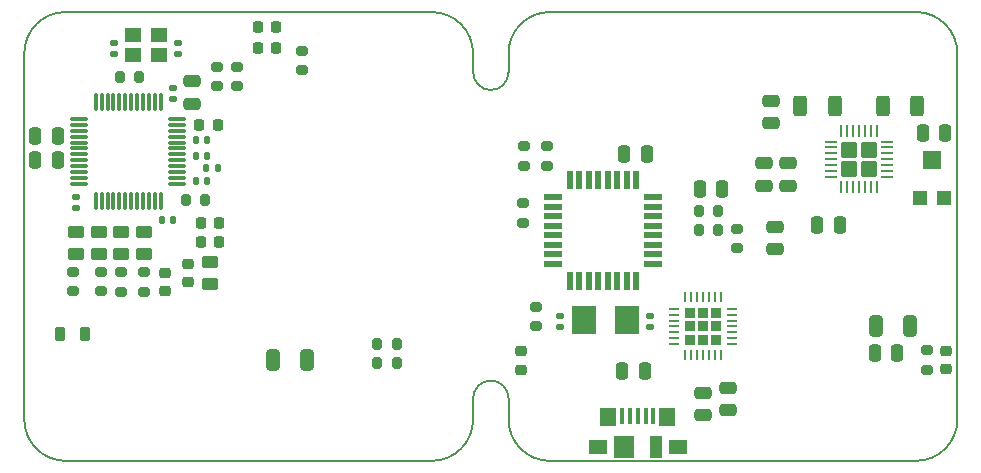
<source format=gbr>
%TF.GenerationSoftware,KiCad,Pcbnew,(6.0.1-0)*%
%TF.CreationDate,2022-02-22T17:31:54+01:00*%
%TF.ProjectId,ethersweep,65746865-7273-4776-9565-702e6b696361,2.0.1*%
%TF.SameCoordinates,Original*%
%TF.FileFunction,Paste,Top*%
%TF.FilePolarity,Positive*%
%FSLAX46Y46*%
G04 Gerber Fmt 4.6, Leading zero omitted, Abs format (unit mm)*
G04 Created by KiCad (PCBNEW (6.0.1-0)) date 2022-02-22 17:31:54*
%MOMM*%
%LPD*%
G01*
G04 APERTURE LIST*
G04 Aperture macros list*
%AMRoundRect*
0 Rectangle with rounded corners*
0 $1 Rounding radius*
0 $2 $3 $4 $5 $6 $7 $8 $9 X,Y pos of 4 corners*
0 Add a 4 corners polygon primitive as box body*
4,1,4,$2,$3,$4,$5,$6,$7,$8,$9,$2,$3,0*
0 Add four circle primitives for the rounded corners*
1,1,$1+$1,$2,$3*
1,1,$1+$1,$4,$5*
1,1,$1+$1,$6,$7*
1,1,$1+$1,$8,$9*
0 Add four rect primitives between the rounded corners*
20,1,$1+$1,$2,$3,$4,$5,0*
20,1,$1+$1,$4,$5,$6,$7,0*
20,1,$1+$1,$6,$7,$8,$9,0*
20,1,$1+$1,$8,$9,$2,$3,0*%
G04 Aperture macros list end*
%TA.AperFunction,Profile*%
%ADD10C,0.150000*%
%TD*%
%ADD11RoundRect,0.140000X-0.140000X-0.170000X0.140000X-0.170000X0.140000X0.170000X-0.140000X0.170000X0*%
%ADD12RoundRect,0.140000X-0.170000X0.140000X-0.170000X-0.140000X0.170000X-0.140000X0.170000X0.140000X0*%
%ADD13RoundRect,0.250000X0.475000X-0.250000X0.475000X0.250000X-0.475000X0.250000X-0.475000X-0.250000X0*%
%ADD14RoundRect,0.218750X-0.218750X-0.381250X0.218750X-0.381250X0.218750X0.381250X-0.218750X0.381250X0*%
%ADD15RoundRect,0.200000X0.200000X0.275000X-0.200000X0.275000X-0.200000X-0.275000X0.200000X-0.275000X0*%
%ADD16R,1.400000X1.200000*%
%ADD17RoundRect,0.075000X0.075000X-0.662500X0.075000X0.662500X-0.075000X0.662500X-0.075000X-0.662500X0*%
%ADD18RoundRect,0.075000X0.662500X-0.075000X0.662500X0.075000X-0.662500X0.075000X-0.662500X-0.075000X0*%
%ADD19RoundRect,0.225000X-0.225000X-0.250000X0.225000X-0.250000X0.225000X0.250000X-0.225000X0.250000X0*%
%ADD20RoundRect,0.140000X0.170000X-0.140000X0.170000X0.140000X-0.170000X0.140000X-0.170000X-0.140000X0*%
%ADD21RoundRect,0.200000X0.275000X-0.200000X0.275000X0.200000X-0.275000X0.200000X-0.275000X-0.200000X0*%
%ADD22RoundRect,0.250000X0.250000X0.475000X-0.250000X0.475000X-0.250000X-0.475000X0.250000X-0.475000X0*%
%ADD23RoundRect,0.249998X0.450002X-0.262502X0.450002X0.262502X-0.450002X0.262502X-0.450002X-0.262502X0*%
%ADD24RoundRect,0.225000X-0.250000X0.225000X-0.250000X-0.225000X0.250000X-0.225000X0.250000X0.225000X0*%
%ADD25RoundRect,0.225000X0.225000X0.250000X-0.225000X0.250000X-0.225000X-0.250000X0.225000X-0.250000X0*%
%ADD26RoundRect,0.249999X0.325001X0.650001X-0.325001X0.650001X-0.325001X-0.650001X0.325001X-0.650001X0*%
%ADD27RoundRect,0.225000X0.250000X-0.225000X0.250000X0.225000X-0.250000X0.225000X-0.250000X-0.225000X0*%
%ADD28RoundRect,0.249999X-0.325001X-0.650001X0.325001X-0.650001X0.325001X0.650001X-0.325001X0.650001X0*%
%ADD29RoundRect,0.250000X-0.250000X-0.475000X0.250000X-0.475000X0.250000X0.475000X-0.250000X0.475000X0*%
%ADD30RoundRect,0.200000X-0.200000X-0.275000X0.200000X-0.275000X0.200000X0.275000X-0.200000X0.275000X0*%
%ADD31R,0.550000X1.600000*%
%ADD32R,1.600000X0.550000*%
%ADD33R,2.000000X2.400000*%
%ADD34RoundRect,0.200000X-0.275000X0.200000X-0.275000X-0.200000X0.275000X-0.200000X0.275000X0.200000X0*%
%ADD35RoundRect,0.218750X-0.256250X0.218750X-0.256250X-0.218750X0.256250X-0.218750X0.256250X0.218750X0*%
%ADD36RoundRect,0.250000X-0.455000X-0.455000X0.455000X-0.455000X0.455000X0.455000X-0.455000X0.455000X0*%
%ADD37RoundRect,0.062500X-0.425000X-0.062500X0.425000X-0.062500X0.425000X0.062500X-0.425000X0.062500X0*%
%ADD38RoundRect,0.062500X-0.062500X-0.425000X0.062500X-0.425000X0.062500X0.425000X-0.062500X0.425000X0*%
%ADD39RoundRect,0.249997X-0.312503X-0.625003X0.312503X-0.625003X0.312503X0.625003X-0.312503X0.625003X0*%
%ADD40RoundRect,0.218750X0.218750X0.256250X-0.218750X0.256250X-0.218750X-0.256250X0.218750X-0.256250X0*%
%ADD41RoundRect,0.250000X-0.475000X0.250000X-0.475000X-0.250000X0.475000X-0.250000X0.475000X0.250000X0*%
%ADD42RoundRect,0.225000X0.225000X-0.225000X0.225000X0.225000X-0.225000X0.225000X-0.225000X-0.225000X0*%
%ADD43RoundRect,0.062500X0.062500X-0.337500X0.062500X0.337500X-0.062500X0.337500X-0.062500X-0.337500X0*%
%ADD44RoundRect,0.062500X0.337500X-0.062500X0.337500X0.062500X-0.337500X0.062500X-0.337500X-0.062500X0*%
%ADD45R,0.450000X1.380000*%
%ADD46R,1.000000X1.900000*%
%ADD47R,1.425000X1.550000*%
%ADD48R,1.650000X1.300000*%
%ADD49R,1.800000X1.900000*%
%ADD50RoundRect,0.249997X0.312503X0.625003X-0.312503X0.625003X-0.312503X-0.625003X0.312503X-0.625003X0*%
%ADD51R,1.200000X1.200000*%
%ADD52R,1.600000X1.500000*%
G04 APERTURE END LIST*
D10*
X184100000Y-31800000D02*
X184100000Y-30200000D01*
X184100000Y-60700000D02*
X184100000Y-59400000D01*
X180600000Y-26700000D02*
X149600000Y-26700000D01*
X149600000Y-26700000D02*
G75*
G03*
X146100000Y-30200000I-1J-3499999D01*
G01*
X184100000Y-30200000D02*
G75*
G03*
X180600000Y-26700000I-3499999J1D01*
G01*
X180600000Y-64700000D02*
G75*
G03*
X184100000Y-61200000I1J3499999D01*
G01*
X146100000Y-30200000D02*
X146100000Y-61200000D01*
X149600000Y-64700000D02*
X180600000Y-64700000D01*
X146100000Y-61200000D02*
G75*
G03*
X149600000Y-64700000I3499999J-1D01*
G01*
X184100000Y-61200000D02*
X184100000Y-60700000D01*
X225100000Y-61200000D02*
X225100000Y-30200000D01*
X190600000Y-64700000D02*
X221600000Y-64700000D01*
X187100000Y-61200000D02*
G75*
G03*
X190600000Y-64700000I3499999J-1D01*
G01*
X221600000Y-64700000D02*
G75*
G03*
X225100000Y-61200000I1J3499999D01*
G01*
X190600000Y-26700000D02*
G75*
G03*
X187100000Y-30200000I-1J-3499999D01*
G01*
X190600000Y-26700000D02*
X221600000Y-26700000D01*
X187100000Y-30200000D02*
X187100000Y-30700000D01*
X187100000Y-61200000D02*
X187100000Y-59400000D01*
X187100000Y-31800000D02*
X187100000Y-30700000D01*
X225100000Y-30200000D02*
G75*
G03*
X221600000Y-26700000I-3499999J1D01*
G01*
X184099404Y-31800002D02*
G75*
G03*
X187100000Y-31800000I1500298J-298D01*
G01*
X187100596Y-59399998D02*
G75*
G03*
X184100000Y-59400000I-1500298J298D01*
G01*
D11*
X157720000Y-44300000D03*
X158680000Y-44300000D03*
D12*
X150500000Y-42320000D03*
X150500000Y-43280000D03*
D13*
X160300000Y-34450000D03*
X160300000Y-32550000D03*
D14*
X149137500Y-54000000D03*
X151262500Y-54000000D03*
D15*
X177625000Y-56400000D03*
X175975000Y-56400000D03*
D16*
X155300000Y-30350000D03*
X157500000Y-30350000D03*
X157500000Y-28650000D03*
X155300000Y-28650000D03*
D11*
X160640000Y-37550000D03*
X161600000Y-37550000D03*
D17*
X152150000Y-42662500D03*
X152650000Y-42662500D03*
X153150000Y-42662500D03*
X153650000Y-42662500D03*
X154150000Y-42662500D03*
X154650000Y-42662500D03*
X155150000Y-42662500D03*
X155650000Y-42662500D03*
X156150000Y-42662500D03*
X156650000Y-42662500D03*
X157150000Y-42662500D03*
X157650000Y-42662500D03*
D18*
X159062500Y-41250000D03*
X159062500Y-40750000D03*
X159062500Y-40250000D03*
X159062500Y-39750000D03*
X159062500Y-39250000D03*
X159062500Y-38750000D03*
X159062500Y-38250000D03*
X159062500Y-37750000D03*
X159062500Y-37250000D03*
X159062500Y-36750000D03*
X159062500Y-36250000D03*
X159062500Y-35750000D03*
D17*
X157650000Y-34337500D03*
X157150000Y-34337500D03*
X156650000Y-34337500D03*
X156150000Y-34337500D03*
X155650000Y-34337500D03*
X155150000Y-34337500D03*
X154650000Y-34337500D03*
X154150000Y-34337500D03*
X153650000Y-34337500D03*
X153150000Y-34337500D03*
X152650000Y-34337500D03*
X152150000Y-34337500D03*
D18*
X150737500Y-35750000D03*
X150737500Y-36250000D03*
X150737500Y-36750000D03*
X150737500Y-37250000D03*
X150737500Y-37750000D03*
X150737500Y-38250000D03*
X150737500Y-38750000D03*
X150737500Y-39250000D03*
X150737500Y-39750000D03*
X150737500Y-40250000D03*
X150737500Y-40750000D03*
X150737500Y-41250000D03*
D19*
X160925000Y-36250000D03*
X162475000Y-36250000D03*
D15*
X177625000Y-54800000D03*
X175975000Y-54800000D03*
D20*
X153700000Y-30280000D03*
X153700000Y-29320000D03*
X159100000Y-30280000D03*
X159100000Y-29320000D03*
D21*
X169600000Y-31625000D03*
X169600000Y-29975000D03*
D22*
X148950000Y-37200000D03*
X147050000Y-37200000D03*
D20*
X158700000Y-34080000D03*
X158700000Y-33120000D03*
D11*
X161520000Y-39900000D03*
X162480000Y-39900000D03*
X160620000Y-38900000D03*
X161580000Y-38900000D03*
D21*
X156200000Y-50375000D03*
X156200000Y-48725000D03*
D23*
X156200000Y-47162500D03*
X156200000Y-45337500D03*
X154300000Y-47162500D03*
X154300000Y-45337500D03*
X152400000Y-47162500D03*
X152400000Y-45337500D03*
X150500000Y-47162500D03*
X150500000Y-45337500D03*
D24*
X158000000Y-48775000D03*
X158000000Y-50325000D03*
D11*
X160620000Y-41000000D03*
X161580000Y-41000000D03*
D25*
X162575000Y-44600000D03*
X161025000Y-44600000D03*
X162575000Y-46200000D03*
X161025000Y-46200000D03*
D22*
X148950000Y-39200000D03*
X147050000Y-39200000D03*
D26*
X170075000Y-56200000D03*
X167125000Y-56200000D03*
D27*
X160000000Y-49575000D03*
X160000000Y-48025000D03*
D28*
X218175000Y-53270000D03*
X221125000Y-53270000D03*
D29*
X218100000Y-55570000D03*
X220000000Y-55570000D03*
D15*
X204875000Y-45150000D03*
X203225000Y-45150000D03*
D30*
X203225000Y-43550000D03*
X204875000Y-43550000D03*
D31*
X192300000Y-49450000D03*
X193100000Y-49450000D03*
X193900000Y-49450000D03*
X194700000Y-49450000D03*
X195500000Y-49450000D03*
X196300000Y-49450000D03*
X197100000Y-49450000D03*
X197900000Y-49450000D03*
D32*
X199350000Y-48000000D03*
X199350000Y-47200000D03*
X199350000Y-46400000D03*
X199350000Y-45600000D03*
X199350000Y-44800000D03*
X199350000Y-44000000D03*
X199350000Y-43200000D03*
X199350000Y-42400000D03*
D31*
X197900000Y-40950000D03*
X197100000Y-40950000D03*
X196300000Y-40950000D03*
X195500000Y-40950000D03*
X194700000Y-40950000D03*
X193900000Y-40950000D03*
X193100000Y-40950000D03*
X192300000Y-40950000D03*
D32*
X190850000Y-42400000D03*
X190850000Y-43200000D03*
X190850000Y-44000000D03*
X190850000Y-44800000D03*
X190850000Y-45600000D03*
X190850000Y-46400000D03*
X190850000Y-47200000D03*
X190850000Y-48000000D03*
D13*
X209650000Y-46770000D03*
X209650000Y-44870000D03*
D20*
X191500000Y-53380000D03*
X191500000Y-52420000D03*
D29*
X196900000Y-38700000D03*
X198800000Y-38700000D03*
D12*
X199100000Y-52420000D03*
X199100000Y-53380000D03*
D33*
X197150000Y-52800000D03*
X193450000Y-52800000D03*
D21*
X190400000Y-39725000D03*
X190400000Y-38075000D03*
X188400000Y-39725000D03*
X188400000Y-38075000D03*
D34*
X206450000Y-45045000D03*
X206450000Y-46695000D03*
X188350000Y-42875000D03*
X188350000Y-44525000D03*
D35*
X188120000Y-55432500D03*
X188120000Y-57007500D03*
D36*
X215960000Y-39980000D03*
X217580000Y-39980000D03*
X217580000Y-38360000D03*
X215960000Y-38360000D03*
D37*
X214407500Y-37670000D03*
X214407500Y-38170000D03*
X214407500Y-38670000D03*
X214407500Y-39170000D03*
X214407500Y-39670000D03*
X214407500Y-40170000D03*
X214407500Y-40670000D03*
D38*
X215270000Y-41532500D03*
X215770000Y-41532500D03*
X216270000Y-41532500D03*
X216770000Y-41532500D03*
X217270000Y-41532500D03*
X217770000Y-41532500D03*
X218270000Y-41532500D03*
D37*
X219132500Y-40670000D03*
X219132500Y-40170000D03*
X219132500Y-39670000D03*
X219132500Y-39170000D03*
X219132500Y-38670000D03*
X219132500Y-38170000D03*
X219132500Y-37670000D03*
D38*
X218270000Y-36807500D03*
X217770000Y-36807500D03*
X217270000Y-36807500D03*
X216770000Y-36807500D03*
X216270000Y-36807500D03*
X215770000Y-36807500D03*
X215270000Y-36807500D03*
D39*
X218787500Y-34670000D03*
X221712500Y-34670000D03*
D22*
X215150000Y-44770000D03*
X213250000Y-44770000D03*
D13*
X208750000Y-41420000D03*
X208750000Y-39520000D03*
D34*
X189450000Y-51645000D03*
X189450000Y-53295000D03*
D23*
X161800000Y-49712500D03*
X161800000Y-47887500D03*
D15*
X155825000Y-32200000D03*
X154175000Y-32200000D03*
X161425000Y-42600000D03*
X159775000Y-42600000D03*
D21*
X150200000Y-50325000D03*
X150200000Y-48675000D03*
X152600000Y-50325000D03*
X152600000Y-48675000D03*
X154300000Y-50375000D03*
X154300000Y-48725000D03*
D40*
X167437500Y-27970000D03*
X165862500Y-27970000D03*
D21*
X164150000Y-32995000D03*
X164150000Y-31345000D03*
X162450000Y-32970000D03*
X162450000Y-31320000D03*
D40*
X167437500Y-29770000D03*
X165862500Y-29770000D03*
D29*
X203300000Y-41720000D03*
X205200000Y-41720000D03*
D41*
X203550000Y-58920000D03*
X203550000Y-60820000D03*
X205650000Y-58520000D03*
X205650000Y-60420000D03*
D29*
X196750000Y-57070000D03*
X198650000Y-57070000D03*
D42*
X202430000Y-52200000D03*
X204670000Y-52200000D03*
X203550000Y-54440000D03*
X204670000Y-53320000D03*
X203550000Y-53320000D03*
X202430000Y-54440000D03*
X203550000Y-52200000D03*
X204670000Y-54440000D03*
X202430000Y-53320000D03*
D43*
X202050000Y-55770000D03*
X202550000Y-55770000D03*
X203050000Y-55770000D03*
X203550000Y-55770000D03*
X204050000Y-55770000D03*
X204550000Y-55770000D03*
X205050000Y-55770000D03*
D44*
X206000000Y-54820000D03*
X206000000Y-54320000D03*
X206000000Y-53820000D03*
X206000000Y-53320000D03*
X206000000Y-52820000D03*
X206000000Y-52320000D03*
X206000000Y-51820000D03*
D43*
X205050000Y-50870000D03*
X204550000Y-50870000D03*
X204050000Y-50870000D03*
X203550000Y-50870000D03*
X203050000Y-50870000D03*
X202550000Y-50870000D03*
X202050000Y-50870000D03*
D44*
X201100000Y-51820000D03*
X201100000Y-52320000D03*
X201100000Y-52820000D03*
X201100000Y-53320000D03*
X201100000Y-53820000D03*
X201100000Y-54320000D03*
X201100000Y-54820000D03*
D13*
X209350000Y-36120000D03*
X209350000Y-34220000D03*
D29*
X222180000Y-36970000D03*
X224080000Y-36970000D03*
D35*
X224150000Y-55382500D03*
X224150000Y-56957500D03*
D45*
X196750000Y-60910000D03*
X197400000Y-60910000D03*
X198050000Y-60910000D03*
X198700000Y-60910000D03*
X199350000Y-60910000D03*
D46*
X199600000Y-63570000D03*
D47*
X195562500Y-60995000D03*
D48*
X194675000Y-63570000D03*
D47*
X200537500Y-60995000D03*
D49*
X196900000Y-63570000D03*
D48*
X201425000Y-63570000D03*
D50*
X214712500Y-34670000D03*
X211787500Y-34670000D03*
D41*
X210750000Y-39520000D03*
X210750000Y-41420000D03*
D51*
X221950000Y-42470000D03*
D52*
X222950000Y-39220000D03*
D51*
X223950000Y-42470000D03*
D34*
X222550000Y-55345000D03*
X222550000Y-56995000D03*
M02*

</source>
